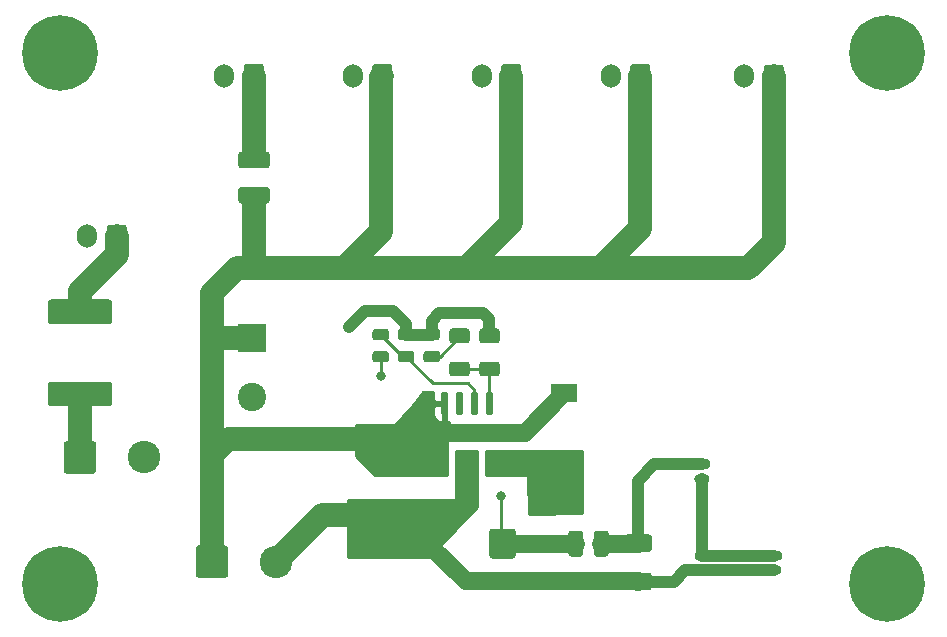
<source format=gtl>
G04 #@! TF.GenerationSoftware,KiCad,Pcbnew,5.1.6+dfsg1-1~bpo9+1*
G04 #@! TF.CreationDate,2022-04-04T20:28:32+02:00*
G04 #@! TF.ProjectId,sdrtr-power,73647274-722d-4706-9f77-65722e6b6963,rev?*
G04 #@! TF.SameCoordinates,Original*
G04 #@! TF.FileFunction,Copper,L1,Top*
G04 #@! TF.FilePolarity,Positive*
%FSLAX46Y46*%
G04 Gerber Fmt 4.6, Leading zero omitted, Abs format (unit mm)*
G04 Created by KiCad (PCBNEW 5.1.6+dfsg1-1~bpo9+1) date 2022-04-04 20:28:32*
%MOMM*%
%LPD*%
G01*
G04 APERTURE LIST*
G04 #@! TA.AperFunction,ComponentPad*
%ADD10O,1.700000X2.000000*%
G04 #@! TD*
G04 #@! TA.AperFunction,ComponentPad*
%ADD11O,1.300000X0.800000*%
G04 #@! TD*
G04 #@! TA.AperFunction,ComponentPad*
%ADD12C,2.400000*%
G04 #@! TD*
G04 #@! TA.AperFunction,ComponentPad*
%ADD13R,2.400000X2.400000*%
G04 #@! TD*
G04 #@! TA.AperFunction,ComponentPad*
%ADD14C,2.750000*%
G04 #@! TD*
G04 #@! TA.AperFunction,SMDPad,CuDef*
%ADD15R,2.200000X1.500000*%
G04 #@! TD*
G04 #@! TA.AperFunction,SMDPad,CuDef*
%ADD16R,1.200000X0.900000*%
G04 #@! TD*
G04 #@! TA.AperFunction,ComponentPad*
%ADD17C,6.400000*%
G04 #@! TD*
G04 #@! TA.AperFunction,ViaPad*
%ADD18C,0.800000*%
G04 #@! TD*
G04 #@! TA.AperFunction,Conductor*
%ADD19C,1.524000*%
G04 #@! TD*
G04 #@! TA.AperFunction,Conductor*
%ADD20C,2.032000*%
G04 #@! TD*
G04 #@! TA.AperFunction,Conductor*
%ADD21C,1.016000*%
G04 #@! TD*
G04 #@! TA.AperFunction,Conductor*
%ADD22C,0.254000*%
G04 #@! TD*
G04 APERTURE END LIST*
D10*
X82272500Y-50571400D03*
G04 #@! TA.AperFunction,ComponentPad*
G36*
G01*
X85622500Y-49821400D02*
X85622500Y-51321400D01*
G75*
G02*
X85372500Y-51571400I-250000J0D01*
G01*
X84172500Y-51571400D01*
G75*
G02*
X83922500Y-51321400I0J250000D01*
G01*
X83922500Y-49821400D01*
G75*
G02*
X84172500Y-49571400I250000J0D01*
G01*
X85372500Y-49571400D01*
G75*
G02*
X85622500Y-49821400I0J-250000D01*
G01*
G37*
G04 #@! TD.AperFunction*
D11*
X134366000Y-71100000D03*
G04 #@! TA.AperFunction,ComponentPad*
G36*
G01*
X133916000Y-69450000D02*
X134816000Y-69450000D01*
G75*
G02*
X135016000Y-69650000I0J-200000D01*
G01*
X135016000Y-70050000D01*
G75*
G02*
X134816000Y-70250000I-200000J0D01*
G01*
X133916000Y-70250000D01*
G75*
G02*
X133716000Y-70050000I0J200000D01*
G01*
X133716000Y-69650000D01*
G75*
G02*
X133916000Y-69450000I200000J0D01*
G01*
G37*
G04 #@! TD.AperFunction*
D12*
X96266000Y-64182000D03*
D13*
X96266000Y-59182000D03*
D14*
X87061000Y-69278500D03*
G04 #@! TA.AperFunction,ComponentPad*
G36*
G01*
X80286000Y-70403501D02*
X80286000Y-68153499D01*
G75*
G02*
X80535999Y-67903500I249999J0D01*
G01*
X82786001Y-67903500D01*
G75*
G02*
X83036000Y-68153499I0J-249999D01*
G01*
X83036000Y-70403501D01*
G75*
G02*
X82786001Y-70653500I-249999J0D01*
G01*
X80535999Y-70653500D01*
G75*
G02*
X80286000Y-70403501I0J249999D01*
G01*
G37*
G04 #@! TD.AperFunction*
G04 #@! TA.AperFunction,SMDPad,CuDef*
G36*
G01*
X127980000Y-79043500D02*
X129830000Y-79043500D01*
G75*
G02*
X130080000Y-79293500I0J-250000D01*
G01*
X130080000Y-80293500D01*
G75*
G02*
X129830000Y-80543500I-250000J0D01*
G01*
X127980000Y-80543500D01*
G75*
G02*
X127730000Y-80293500I0J250000D01*
G01*
X127730000Y-79293500D01*
G75*
G02*
X127980000Y-79043500I250000J0D01*
G01*
G37*
G04 #@! TD.AperFunction*
G04 #@! TA.AperFunction,SMDPad,CuDef*
G36*
G01*
X127980000Y-75793500D02*
X129830000Y-75793500D01*
G75*
G02*
X130080000Y-76043500I0J-250000D01*
G01*
X130080000Y-77043500D01*
G75*
G02*
X129830000Y-77293500I-250000J0D01*
G01*
X127980000Y-77293500D01*
G75*
G02*
X127730000Y-77043500I0J250000D01*
G01*
X127730000Y-76043500D01*
G75*
G02*
X127980000Y-75793500I250000J0D01*
G01*
G37*
G04 #@! TD.AperFunction*
G04 #@! TA.AperFunction,SMDPad,CuDef*
G36*
G01*
X112160500Y-75555999D02*
X112160500Y-77606001D01*
G75*
G02*
X111910501Y-77856000I-249999J0D01*
G01*
X110160499Y-77856000D01*
G75*
G02*
X109910500Y-77606001I0J249999D01*
G01*
X109910500Y-75555999D01*
G75*
G02*
X110160499Y-75306000I249999J0D01*
G01*
X111910501Y-75306000D01*
G75*
G02*
X112160500Y-75555999I0J-249999D01*
G01*
G37*
G04 #@! TD.AperFunction*
G04 #@! TA.AperFunction,SMDPad,CuDef*
G36*
G01*
X118560500Y-75555999D02*
X118560500Y-77606001D01*
G75*
G02*
X118310501Y-77856000I-249999J0D01*
G01*
X116560499Y-77856000D01*
G75*
G02*
X116310500Y-77606001I0J249999D01*
G01*
X116310500Y-75555999D01*
G75*
G02*
X116560499Y-75306000I249999J0D01*
G01*
X118310501Y-75306000D01*
G75*
G02*
X118560500Y-75555999I0J-249999D01*
G01*
G37*
G04 #@! TD.AperFunction*
G04 #@! TA.AperFunction,SMDPad,CuDef*
G36*
G01*
X105146999Y-72941000D02*
X107197001Y-72941000D01*
G75*
G02*
X107447000Y-73190999I0J-249999D01*
G01*
X107447000Y-74941001D01*
G75*
G02*
X107197001Y-75191000I-249999J0D01*
G01*
X105146999Y-75191000D01*
G75*
G02*
X104897000Y-74941001I0J249999D01*
G01*
X104897000Y-73190999D01*
G75*
G02*
X105146999Y-72941000I249999J0D01*
G01*
G37*
G04 #@! TD.AperFunction*
G04 #@! TA.AperFunction,SMDPad,CuDef*
G36*
G01*
X105146999Y-66541000D02*
X107197001Y-66541000D01*
G75*
G02*
X107447000Y-66790999I0J-249999D01*
G01*
X107447000Y-68541001D01*
G75*
G02*
X107197001Y-68791000I-249999J0D01*
G01*
X105146999Y-68791000D01*
G75*
G02*
X104897000Y-68541001I0J249999D01*
G01*
X104897000Y-66790999D01*
G75*
G02*
X105146999Y-66541000I249999J0D01*
G01*
G37*
G04 #@! TD.AperFunction*
D11*
X134366000Y-78847000D03*
G04 #@! TA.AperFunction,ComponentPad*
G36*
G01*
X133916000Y-77197000D02*
X134816000Y-77197000D01*
G75*
G02*
X135016000Y-77397000I0J-200000D01*
G01*
X135016000Y-77797000D01*
G75*
G02*
X134816000Y-77997000I-200000J0D01*
G01*
X133916000Y-77997000D01*
G75*
G02*
X133716000Y-77797000I0J200000D01*
G01*
X133716000Y-77397000D01*
G75*
G02*
X133916000Y-77197000I200000J0D01*
G01*
G37*
G04 #@! TD.AperFunction*
G04 #@! TA.AperFunction,SMDPad,CuDef*
G36*
G01*
X95318000Y-46368000D02*
X97468000Y-46368000D01*
G75*
G02*
X97718000Y-46618000I0J-250000D01*
G01*
X97718000Y-47543000D01*
G75*
G02*
X97468000Y-47793000I-250000J0D01*
G01*
X95318000Y-47793000D01*
G75*
G02*
X95068000Y-47543000I0J250000D01*
G01*
X95068000Y-46618000D01*
G75*
G02*
X95318000Y-46368000I250000J0D01*
G01*
G37*
G04 #@! TD.AperFunction*
G04 #@! TA.AperFunction,SMDPad,CuDef*
G36*
G01*
X95318000Y-43393000D02*
X97468000Y-43393000D01*
G75*
G02*
X97718000Y-43643000I0J-250000D01*
G01*
X97718000Y-44568000D01*
G75*
G02*
X97468000Y-44818000I-250000J0D01*
G01*
X95318000Y-44818000D01*
G75*
G02*
X95068000Y-44568000I0J250000D01*
G01*
X95068000Y-43643000D01*
G75*
G02*
X95318000Y-43393000I250000J0D01*
G01*
G37*
G04 #@! TD.AperFunction*
G04 #@! TA.AperFunction,SMDPad,CuDef*
G36*
G01*
X79186000Y-62859500D02*
X84136000Y-62859500D01*
G75*
G02*
X84386000Y-63109500I0J-250000D01*
G01*
X84386000Y-64709500D01*
G75*
G02*
X84136000Y-64959500I-250000J0D01*
G01*
X79186000Y-64959500D01*
G75*
G02*
X78936000Y-64709500I0J250000D01*
G01*
X78936000Y-63109500D01*
G75*
G02*
X79186000Y-62859500I250000J0D01*
G01*
G37*
G04 #@! TD.AperFunction*
G04 #@! TA.AperFunction,SMDPad,CuDef*
G36*
G01*
X79186000Y-55909500D02*
X84136000Y-55909500D01*
G75*
G02*
X84386000Y-56159500I0J-250000D01*
G01*
X84386000Y-57759500D01*
G75*
G02*
X84136000Y-58009500I-250000J0D01*
G01*
X79186000Y-58009500D01*
G75*
G02*
X78936000Y-57759500I0J250000D01*
G01*
X78936000Y-56159500D01*
G75*
G02*
X79186000Y-55909500I250000J0D01*
G01*
G37*
G04 #@! TD.AperFunction*
X140462000Y-78847000D03*
G04 #@! TA.AperFunction,ComponentPad*
G36*
G01*
X140012000Y-77197000D02*
X140912000Y-77197000D01*
G75*
G02*
X141112000Y-77397000I0J-200000D01*
G01*
X141112000Y-77797000D01*
G75*
G02*
X140912000Y-77997000I-200000J0D01*
G01*
X140012000Y-77997000D01*
G75*
G02*
X139812000Y-77797000I0J200000D01*
G01*
X139812000Y-77397000D01*
G75*
G02*
X140012000Y-77197000I200000J0D01*
G01*
G37*
G04 #@! TD.AperFunction*
D10*
X137898500Y-37020500D03*
G04 #@! TA.AperFunction,ComponentPad*
G36*
G01*
X141248500Y-36270500D02*
X141248500Y-37770500D01*
G75*
G02*
X140998500Y-38020500I-250000J0D01*
G01*
X139798500Y-38020500D01*
G75*
G02*
X139548500Y-37770500I0J250000D01*
G01*
X139548500Y-36270500D01*
G75*
G02*
X139798500Y-36020500I250000J0D01*
G01*
X140998500Y-36020500D01*
G75*
G02*
X141248500Y-36270500I0J-250000D01*
G01*
G37*
G04 #@! TD.AperFunction*
X93893000Y-36957000D03*
G04 #@! TA.AperFunction,ComponentPad*
G36*
G01*
X97243000Y-36207000D02*
X97243000Y-37707000D01*
G75*
G02*
X96993000Y-37957000I-250000J0D01*
G01*
X95793000Y-37957000D01*
G75*
G02*
X95543000Y-37707000I0J250000D01*
G01*
X95543000Y-36207000D01*
G75*
G02*
X95793000Y-35957000I250000J0D01*
G01*
X96993000Y-35957000D01*
G75*
G02*
X97243000Y-36207000I0J-250000D01*
G01*
G37*
G04 #@! TD.AperFunction*
X104751500Y-36957000D03*
G04 #@! TA.AperFunction,ComponentPad*
G36*
G01*
X108101500Y-36207000D02*
X108101500Y-37707000D01*
G75*
G02*
X107851500Y-37957000I-250000J0D01*
G01*
X106651500Y-37957000D01*
G75*
G02*
X106401500Y-37707000I0J250000D01*
G01*
X106401500Y-36207000D01*
G75*
G02*
X106651500Y-35957000I250000J0D01*
G01*
X107851500Y-35957000D01*
G75*
G02*
X108101500Y-36207000I0J-250000D01*
G01*
G37*
G04 #@! TD.AperFunction*
X115673500Y-36957000D03*
G04 #@! TA.AperFunction,ComponentPad*
G36*
G01*
X119023500Y-36207000D02*
X119023500Y-37707000D01*
G75*
G02*
X118773500Y-37957000I-250000J0D01*
G01*
X117573500Y-37957000D01*
G75*
G02*
X117323500Y-37707000I0J250000D01*
G01*
X117323500Y-36207000D01*
G75*
G02*
X117573500Y-35957000I250000J0D01*
G01*
X118773500Y-35957000D01*
G75*
G02*
X119023500Y-36207000I0J-250000D01*
G01*
G37*
G04 #@! TD.AperFunction*
D14*
X98237000Y-78105000D03*
G04 #@! TA.AperFunction,ComponentPad*
G36*
G01*
X91462000Y-79230001D02*
X91462000Y-76979999D01*
G75*
G02*
X91711999Y-76730000I249999J0D01*
G01*
X93962001Y-76730000D01*
G75*
G02*
X94212000Y-76979999I0J-249999D01*
G01*
X94212000Y-79230001D01*
G75*
G02*
X93962001Y-79480000I-249999J0D01*
G01*
X91711999Y-79480000D01*
G75*
G02*
X91462000Y-79230001I0J249999D01*
G01*
G37*
G04 #@! TD.AperFunction*
D10*
X126595500Y-36957000D03*
G04 #@! TA.AperFunction,ComponentPad*
G36*
G01*
X129945500Y-36207000D02*
X129945500Y-37707000D01*
G75*
G02*
X129695500Y-37957000I-250000J0D01*
G01*
X128495500Y-37957000D01*
G75*
G02*
X128245500Y-37707000I0J250000D01*
G01*
X128245500Y-36207000D01*
G75*
G02*
X128495500Y-35957000I250000J0D01*
G01*
X129695500Y-35957000D01*
G75*
G02*
X129945500Y-36207000I0J-250000D01*
G01*
G37*
G04 #@! TD.AperFunction*
G04 #@! TA.AperFunction,SMDPad,CuDef*
G36*
G01*
X116182000Y-68683000D02*
X116482000Y-68683000D01*
G75*
G02*
X116632000Y-68833000I0J-150000D01*
G01*
X116632000Y-70483000D01*
G75*
G02*
X116482000Y-70633000I-150000J0D01*
G01*
X116182000Y-70633000D01*
G75*
G02*
X116032000Y-70483000I0J150000D01*
G01*
X116032000Y-68833000D01*
G75*
G02*
X116182000Y-68683000I150000J0D01*
G01*
G37*
G04 #@! TD.AperFunction*
G04 #@! TA.AperFunction,SMDPad,CuDef*
G36*
G01*
X114912000Y-68683000D02*
X115212000Y-68683000D01*
G75*
G02*
X115362000Y-68833000I0J-150000D01*
G01*
X115362000Y-70483000D01*
G75*
G02*
X115212000Y-70633000I-150000J0D01*
G01*
X114912000Y-70633000D01*
G75*
G02*
X114762000Y-70483000I0J150000D01*
G01*
X114762000Y-68833000D01*
G75*
G02*
X114912000Y-68683000I150000J0D01*
G01*
G37*
G04 #@! TD.AperFunction*
G04 #@! TA.AperFunction,SMDPad,CuDef*
G36*
G01*
X113642000Y-68683000D02*
X113942000Y-68683000D01*
G75*
G02*
X114092000Y-68833000I0J-150000D01*
G01*
X114092000Y-70483000D01*
G75*
G02*
X113942000Y-70633000I-150000J0D01*
G01*
X113642000Y-70633000D01*
G75*
G02*
X113492000Y-70483000I0J150000D01*
G01*
X113492000Y-68833000D01*
G75*
G02*
X113642000Y-68683000I150000J0D01*
G01*
G37*
G04 #@! TD.AperFunction*
G04 #@! TA.AperFunction,SMDPad,CuDef*
G36*
G01*
X112372000Y-68683000D02*
X112672000Y-68683000D01*
G75*
G02*
X112822000Y-68833000I0J-150000D01*
G01*
X112822000Y-70483000D01*
G75*
G02*
X112672000Y-70633000I-150000J0D01*
G01*
X112372000Y-70633000D01*
G75*
G02*
X112222000Y-70483000I0J150000D01*
G01*
X112222000Y-68833000D01*
G75*
G02*
X112372000Y-68683000I150000J0D01*
G01*
G37*
G04 #@! TD.AperFunction*
G04 #@! TA.AperFunction,SMDPad,CuDef*
G36*
G01*
X112372000Y-63733000D02*
X112672000Y-63733000D01*
G75*
G02*
X112822000Y-63883000I0J-150000D01*
G01*
X112822000Y-65533000D01*
G75*
G02*
X112672000Y-65683000I-150000J0D01*
G01*
X112372000Y-65683000D01*
G75*
G02*
X112222000Y-65533000I0J150000D01*
G01*
X112222000Y-63883000D01*
G75*
G02*
X112372000Y-63733000I150000J0D01*
G01*
G37*
G04 #@! TD.AperFunction*
G04 #@! TA.AperFunction,SMDPad,CuDef*
G36*
G01*
X113642000Y-63733000D02*
X113942000Y-63733000D01*
G75*
G02*
X114092000Y-63883000I0J-150000D01*
G01*
X114092000Y-65533000D01*
G75*
G02*
X113942000Y-65683000I-150000J0D01*
G01*
X113642000Y-65683000D01*
G75*
G02*
X113492000Y-65533000I0J150000D01*
G01*
X113492000Y-63883000D01*
G75*
G02*
X113642000Y-63733000I150000J0D01*
G01*
G37*
G04 #@! TD.AperFunction*
G04 #@! TA.AperFunction,SMDPad,CuDef*
G36*
G01*
X114912000Y-63733000D02*
X115212000Y-63733000D01*
G75*
G02*
X115362000Y-63883000I0J-150000D01*
G01*
X115362000Y-65533000D01*
G75*
G02*
X115212000Y-65683000I-150000J0D01*
G01*
X114912000Y-65683000D01*
G75*
G02*
X114762000Y-65533000I0J150000D01*
G01*
X114762000Y-63883000D01*
G75*
G02*
X114912000Y-63733000I150000J0D01*
G01*
G37*
G04 #@! TD.AperFunction*
G04 #@! TA.AperFunction,SMDPad,CuDef*
G36*
G01*
X116182000Y-63733000D02*
X116482000Y-63733000D01*
G75*
G02*
X116632000Y-63883000I0J-150000D01*
G01*
X116632000Y-65533000D01*
G75*
G02*
X116482000Y-65683000I-150000J0D01*
G01*
X116182000Y-65683000D01*
G75*
G02*
X116032000Y-65533000I0J150000D01*
G01*
X116032000Y-63883000D01*
G75*
G02*
X116182000Y-63733000I150000J0D01*
G01*
G37*
G04 #@! TD.AperFunction*
G04 #@! TA.AperFunction,SMDPad,CuDef*
G36*
G01*
X111898750Y-59352000D02*
X110986250Y-59352000D01*
G75*
G02*
X110742500Y-59108250I0J243750D01*
G01*
X110742500Y-58620750D01*
G75*
G02*
X110986250Y-58377000I243750J0D01*
G01*
X111898750Y-58377000D01*
G75*
G02*
X112142500Y-58620750I0J-243750D01*
G01*
X112142500Y-59108250D01*
G75*
G02*
X111898750Y-59352000I-243750J0D01*
G01*
G37*
G04 #@! TD.AperFunction*
G04 #@! TA.AperFunction,SMDPad,CuDef*
G36*
G01*
X111898750Y-61227000D02*
X110986250Y-61227000D01*
G75*
G02*
X110742500Y-60983250I0J243750D01*
G01*
X110742500Y-60495750D01*
G75*
G02*
X110986250Y-60252000I243750J0D01*
G01*
X111898750Y-60252000D01*
G75*
G02*
X112142500Y-60495750I0J-243750D01*
G01*
X112142500Y-60983250D01*
G75*
G02*
X111898750Y-61227000I-243750J0D01*
G01*
G37*
G04 #@! TD.AperFunction*
G04 #@! TA.AperFunction,SMDPad,CuDef*
G36*
G01*
X125164000Y-77431000D02*
X125164000Y-75731000D01*
G75*
G02*
X125414000Y-75481000I250000J0D01*
G01*
X126164000Y-75481000D01*
G75*
G02*
X126414000Y-75731000I0J-250000D01*
G01*
X126414000Y-77431000D01*
G75*
G02*
X126164000Y-77681000I-250000J0D01*
G01*
X125414000Y-77681000D01*
G75*
G02*
X125164000Y-77431000I0J250000D01*
G01*
G37*
G04 #@! TD.AperFunction*
G04 #@! TA.AperFunction,SMDPad,CuDef*
G36*
G01*
X123014000Y-77431000D02*
X123014000Y-75731000D01*
G75*
G02*
X123264000Y-75481000I250000J0D01*
G01*
X124014000Y-75481000D01*
G75*
G02*
X124264000Y-75731000I0J-250000D01*
G01*
X124264000Y-77431000D01*
G75*
G02*
X124014000Y-77681000I-250000J0D01*
G01*
X123264000Y-77681000D01*
G75*
G02*
X123014000Y-77431000I0J250000D01*
G01*
G37*
G04 #@! TD.AperFunction*
D15*
X122682000Y-70256000D03*
X122682000Y-63856000D03*
D16*
X120904000Y-73280000D03*
X120904000Y-76580000D03*
G04 #@! TA.AperFunction,SMDPad,CuDef*
G36*
G01*
X114417000Y-59613500D02*
X113167000Y-59613500D01*
G75*
G02*
X112917000Y-59363500I0J250000D01*
G01*
X112917000Y-58613500D01*
G75*
G02*
X113167000Y-58363500I250000J0D01*
G01*
X114417000Y-58363500D01*
G75*
G02*
X114667000Y-58613500I0J-250000D01*
G01*
X114667000Y-59363500D01*
G75*
G02*
X114417000Y-59613500I-250000J0D01*
G01*
G37*
G04 #@! TD.AperFunction*
G04 #@! TA.AperFunction,SMDPad,CuDef*
G36*
G01*
X114417000Y-62413500D02*
X113167000Y-62413500D01*
G75*
G02*
X112917000Y-62163500I0J250000D01*
G01*
X112917000Y-61413500D01*
G75*
G02*
X113167000Y-61163500I250000J0D01*
G01*
X114417000Y-61163500D01*
G75*
G02*
X114667000Y-61413500I0J-250000D01*
G01*
X114667000Y-62163500D01*
G75*
G02*
X114417000Y-62413500I-250000J0D01*
G01*
G37*
G04 #@! TD.AperFunction*
G04 #@! TA.AperFunction,SMDPad,CuDef*
G36*
G01*
X116957000Y-59613500D02*
X115707000Y-59613500D01*
G75*
G02*
X115457000Y-59363500I0J250000D01*
G01*
X115457000Y-58613500D01*
G75*
G02*
X115707000Y-58363500I250000J0D01*
G01*
X116957000Y-58363500D01*
G75*
G02*
X117207000Y-58613500I0J-250000D01*
G01*
X117207000Y-59363500D01*
G75*
G02*
X116957000Y-59613500I-250000J0D01*
G01*
G37*
G04 #@! TD.AperFunction*
G04 #@! TA.AperFunction,SMDPad,CuDef*
G36*
G01*
X116957000Y-62413500D02*
X115707000Y-62413500D01*
G75*
G02*
X115457000Y-62163500I0J250000D01*
G01*
X115457000Y-61413500D01*
G75*
G02*
X115707000Y-61163500I250000J0D01*
G01*
X116957000Y-61163500D01*
G75*
G02*
X117207000Y-61413500I0J-250000D01*
G01*
X117207000Y-62163500D01*
G75*
G02*
X116957000Y-62413500I-250000J0D01*
G01*
G37*
G04 #@! TD.AperFunction*
D17*
X150000000Y-80000000D03*
X150000000Y-35000000D03*
X80000000Y-80000000D03*
X80000000Y-35000000D03*
G04 #@! TA.AperFunction,SMDPad,CuDef*
G36*
G01*
X107580750Y-59367000D02*
X106668250Y-59367000D01*
G75*
G02*
X106424500Y-59123250I0J243750D01*
G01*
X106424500Y-58635750D01*
G75*
G02*
X106668250Y-58392000I243750J0D01*
G01*
X107580750Y-58392000D01*
G75*
G02*
X107824500Y-58635750I0J-243750D01*
G01*
X107824500Y-59123250D01*
G75*
G02*
X107580750Y-59367000I-243750J0D01*
G01*
G37*
G04 #@! TD.AperFunction*
G04 #@! TA.AperFunction,SMDPad,CuDef*
G36*
G01*
X107580750Y-61242000D02*
X106668250Y-61242000D01*
G75*
G02*
X106424500Y-60998250I0J243750D01*
G01*
X106424500Y-60510750D01*
G75*
G02*
X106668250Y-60267000I243750J0D01*
G01*
X107580750Y-60267000D01*
G75*
G02*
X107824500Y-60510750I0J-243750D01*
G01*
X107824500Y-60998250D01*
G75*
G02*
X107580750Y-61242000I-243750J0D01*
G01*
G37*
G04 #@! TD.AperFunction*
G04 #@! TA.AperFunction,SMDPad,CuDef*
G36*
G01*
X109739750Y-59367000D02*
X108827250Y-59367000D01*
G75*
G02*
X108583500Y-59123250I0J243750D01*
G01*
X108583500Y-58635750D01*
G75*
G02*
X108827250Y-58392000I243750J0D01*
G01*
X109739750Y-58392000D01*
G75*
G02*
X109983500Y-58635750I0J-243750D01*
G01*
X109983500Y-59123250D01*
G75*
G02*
X109739750Y-59367000I-243750J0D01*
G01*
G37*
G04 #@! TD.AperFunction*
G04 #@! TA.AperFunction,SMDPad,CuDef*
G36*
G01*
X109739750Y-61242000D02*
X108827250Y-61242000D01*
G75*
G02*
X108583500Y-60998250I0J243750D01*
G01*
X108583500Y-60510750D01*
G75*
G02*
X108827250Y-60267000I243750J0D01*
G01*
X109739750Y-60267000D01*
G75*
G02*
X109983500Y-60510750I0J-243750D01*
G01*
X109983500Y-60998250D01*
G75*
G02*
X109739750Y-61242000I-243750J0D01*
G01*
G37*
G04 #@! TD.AperFunction*
D18*
X104457500Y-58229500D03*
X108331000Y-76962000D03*
X117348000Y-72517000D03*
X107124500Y-62357000D03*
D19*
X106109500Y-74041000D02*
X106172000Y-73978500D01*
D20*
X98237000Y-78105000D02*
X102171500Y-74170500D01*
X105980000Y-74170500D02*
X106172000Y-73978500D01*
X102171500Y-74170500D02*
X105980000Y-74170500D01*
D19*
X128881000Y-79769500D02*
X128905000Y-79793500D01*
X114311500Y-79769500D02*
X128881000Y-79769500D01*
X111123000Y-76581000D02*
X114311500Y-79769500D01*
D21*
X128905000Y-79793500D02*
X131915500Y-79793500D01*
X132862000Y-78847000D02*
X134366000Y-78847000D01*
X131915500Y-79793500D02*
X132862000Y-78847000D01*
X134366000Y-78847000D02*
X140462000Y-78847000D01*
X111427500Y-58879500D02*
X111442500Y-58864500D01*
X109283500Y-58879500D02*
X111427500Y-58879500D01*
X111442500Y-58864500D02*
X111442500Y-57721500D01*
X111442500Y-57721500D02*
X112077500Y-57086500D01*
X116332000Y-58988500D02*
X116332000Y-57594500D01*
X115824000Y-57086500D02*
X112077500Y-57086500D01*
X116332000Y-57594500D02*
X115824000Y-57086500D01*
X109283500Y-58879500D02*
X109283500Y-57975500D01*
X109283500Y-57975500D02*
X108204000Y-56896000D01*
X105791000Y-56896000D02*
X104457500Y-58229500D01*
X108204000Y-56896000D02*
X105791000Y-56896000D01*
D19*
X106172000Y-67753500D02*
X109284500Y-67753500D01*
X109284500Y-67753500D02*
X109855000Y-67183000D01*
X119355000Y-67183000D02*
X122682000Y-63856000D01*
X109855000Y-67183000D02*
X119355000Y-67183000D01*
D20*
X104013000Y-53276500D02*
X96393000Y-53276500D01*
X96393000Y-47794000D02*
X96393000Y-53276500D01*
X118173500Y-47794000D02*
X118173500Y-49466500D01*
X114363500Y-53276500D02*
X104013000Y-53276500D01*
X118173500Y-49466500D02*
X114363500Y-53276500D01*
X129095500Y-47794000D02*
X129095500Y-49911000D01*
X125730000Y-53276500D02*
X114363500Y-53276500D01*
X129095500Y-49911000D02*
X125730000Y-53276500D01*
X94171500Y-67753500D02*
X92837000Y-69088000D01*
X92837000Y-69088000D02*
X92837000Y-78105000D01*
X106172000Y-67753500D02*
X94171500Y-67753500D01*
X107124500Y-37084000D02*
X107251500Y-36957000D01*
X107124500Y-50165000D02*
X107124500Y-37084000D01*
X104013000Y-53276500D02*
X107124500Y-50165000D01*
X118173500Y-47794000D02*
X118173500Y-36957000D01*
X129095500Y-47794000D02*
X129095500Y-37020500D01*
X125730000Y-53276500D02*
X138239500Y-53276500D01*
X140398500Y-51117500D02*
X140398500Y-37020500D01*
X138239500Y-53276500D02*
X140398500Y-51117500D01*
X94932500Y-53276500D02*
X96393000Y-53276500D01*
X92837000Y-55372000D02*
X94932500Y-53276500D01*
X92837000Y-59309000D02*
X92837000Y-55372000D01*
X92837000Y-69088000D02*
X92837000Y-59309000D01*
X92964000Y-59182000D02*
X92837000Y-59309000D01*
X96266000Y-59182000D02*
X92964000Y-59182000D01*
D22*
X117348000Y-72517000D02*
X117348000Y-76581000D01*
D19*
X120905000Y-76581000D02*
X120904000Y-76580000D01*
X123639000Y-76581000D02*
X120905000Y-76581000D01*
X117436500Y-76580000D02*
X117435500Y-76581000D01*
X120904000Y-76580000D02*
X117436500Y-76580000D01*
D22*
X107124500Y-60754500D02*
X107124500Y-62357000D01*
D19*
X128867500Y-76581000D02*
X128905000Y-76543500D01*
X125789000Y-76581000D02*
X128867500Y-76581000D01*
D21*
X128905000Y-76543500D02*
X128905000Y-71247000D01*
X130302000Y-69850000D02*
X134366000Y-69850000D01*
X128905000Y-71247000D02*
X130302000Y-69850000D01*
D22*
X116332000Y-64708000D02*
X116332000Y-61725000D01*
X113792000Y-61788500D02*
X116332000Y-61788500D01*
D20*
X81661000Y-63909500D02*
X81661000Y-69278500D01*
X84772500Y-52108100D02*
X84772500Y-50571400D01*
X81661000Y-55219600D02*
X84772500Y-52108100D01*
X81661000Y-56959500D02*
X81661000Y-55219600D01*
X96393000Y-36957000D02*
X96393000Y-43370500D01*
D22*
X115062000Y-64708000D02*
X115062000Y-63563500D01*
X115062000Y-63563500D02*
X114490500Y-62992000D01*
X108999500Y-60754500D02*
X109283500Y-60754500D01*
X107124500Y-58879500D02*
X108999500Y-60754500D01*
X111521000Y-62992000D02*
X114490500Y-62992000D01*
X109283500Y-60754500D02*
X111521000Y-62992000D01*
X111442500Y-60739500D02*
X112107500Y-60739500D01*
X113792000Y-59055000D02*
X113792000Y-58988500D01*
X112107500Y-60739500D02*
X113792000Y-59055000D01*
D21*
X140462000Y-77597000D02*
X134366000Y-77597000D01*
X134366000Y-77597000D02*
X134366000Y-71100000D01*
D22*
G36*
X120036403Y-68714057D02*
G01*
X120052197Y-68733303D01*
X120071443Y-68749097D01*
X120093399Y-68760833D01*
X120117224Y-68768060D01*
X120142962Y-68770496D01*
X124207116Y-68739716D01*
X124204884Y-74010083D01*
X119636249Y-74040162D01*
X119634000Y-70865910D01*
X119631542Y-70841135D01*
X119624298Y-70817316D01*
X119612547Y-70795368D01*
X119596739Y-70776134D01*
X119577483Y-70760353D01*
X119555518Y-70748633D01*
X119531688Y-70741423D01*
X119507000Y-70739000D01*
X116078000Y-70739000D01*
X116078000Y-68707000D01*
X120032631Y-68707000D01*
X120036403Y-68714057D01*
G37*
X120036403Y-68714057D02*
X120052197Y-68733303D01*
X120071443Y-68749097D01*
X120093399Y-68760833D01*
X120117224Y-68768060D01*
X120142962Y-68770496D01*
X124207116Y-68739716D01*
X124204884Y-74010083D01*
X119636249Y-74040162D01*
X119634000Y-70865910D01*
X119631542Y-70841135D01*
X119624298Y-70817316D01*
X119612547Y-70795368D01*
X119596739Y-70776134D01*
X119577483Y-70760353D01*
X119555518Y-70748633D01*
X119531688Y-70741423D01*
X119507000Y-70739000D01*
X116078000Y-70739000D01*
X116078000Y-68707000D01*
X120032631Y-68707000D01*
X120036403Y-68714057D01*
G36*
X115316000Y-73481502D02*
G01*
X111198281Y-77724000D01*
X104394000Y-77724000D01*
X104394000Y-72898000D01*
X113411000Y-72898000D01*
X113435776Y-72895560D01*
X113459601Y-72888333D01*
X113481557Y-72876597D01*
X113500803Y-72860803D01*
X113516597Y-72841557D01*
X113528333Y-72819601D01*
X113535560Y-72795776D01*
X113538000Y-72771000D01*
X113538000Y-68707000D01*
X115316000Y-68707000D01*
X115316000Y-73481502D01*
G37*
X115316000Y-73481502D02*
X111198281Y-77724000D01*
X104394000Y-77724000D01*
X104394000Y-72898000D01*
X113411000Y-72898000D01*
X113435776Y-72895560D01*
X113459601Y-72888333D01*
X113481557Y-72876597D01*
X113500803Y-72860803D01*
X113516597Y-72841557D01*
X113528333Y-72819601D01*
X113535560Y-72795776D01*
X113538000Y-72771000D01*
X113538000Y-68707000D01*
X115316000Y-68707000D01*
X115316000Y-73481502D01*
G36*
X112776000Y-70739000D02*
G01*
X106605606Y-70739000D01*
X105029000Y-69162394D01*
X105029000Y-66548000D01*
X112776000Y-66548000D01*
X112776000Y-70739000D01*
G37*
X112776000Y-70739000D02*
X106605606Y-70739000D01*
X105029000Y-69162394D01*
X105029000Y-66548000D01*
X112776000Y-66548000D01*
X112776000Y-70739000D01*
G36*
X111521000Y-63757686D02*
G01*
X111558423Y-63754000D01*
X111584022Y-63754000D01*
X111587000Y-64422250D01*
X111745750Y-64581000D01*
X112395000Y-64581000D01*
X112395000Y-64561000D01*
X112649000Y-64561000D01*
X112649000Y-64581000D01*
X112669000Y-64581000D01*
X112669000Y-64835000D01*
X112649000Y-64835000D01*
X112649000Y-66159250D01*
X112807750Y-66318000D01*
X112822000Y-66321072D01*
X112903000Y-66313094D01*
X112903000Y-66675000D01*
X108458000Y-66675000D01*
X108458000Y-66467981D01*
X109130840Y-65683000D01*
X111583928Y-65683000D01*
X111596188Y-65807482D01*
X111632498Y-65927180D01*
X111691463Y-66037494D01*
X111770815Y-66134185D01*
X111867506Y-66213537D01*
X111977820Y-66272502D01*
X112097518Y-66308812D01*
X112222000Y-66321072D01*
X112236250Y-66318000D01*
X112395000Y-66159250D01*
X112395000Y-64835000D01*
X111745750Y-64835000D01*
X111587000Y-64993750D01*
X111583928Y-65683000D01*
X109130840Y-65683000D01*
X109951426Y-64725651D01*
X109953566Y-64723085D01*
X110740948Y-63754000D01*
X111483577Y-63754000D01*
X111521000Y-63757686D01*
G37*
X111521000Y-63757686D02*
X111558423Y-63754000D01*
X111584022Y-63754000D01*
X111587000Y-64422250D01*
X111745750Y-64581000D01*
X112395000Y-64581000D01*
X112395000Y-64561000D01*
X112649000Y-64561000D01*
X112649000Y-64581000D01*
X112669000Y-64581000D01*
X112669000Y-64835000D01*
X112649000Y-64835000D01*
X112649000Y-66159250D01*
X112807750Y-66318000D01*
X112822000Y-66321072D01*
X112903000Y-66313094D01*
X112903000Y-66675000D01*
X108458000Y-66675000D01*
X108458000Y-66467981D01*
X109130840Y-65683000D01*
X111583928Y-65683000D01*
X111596188Y-65807482D01*
X111632498Y-65927180D01*
X111691463Y-66037494D01*
X111770815Y-66134185D01*
X111867506Y-66213537D01*
X111977820Y-66272502D01*
X112097518Y-66308812D01*
X112222000Y-66321072D01*
X112236250Y-66318000D01*
X112395000Y-66159250D01*
X112395000Y-64835000D01*
X111745750Y-64835000D01*
X111587000Y-64993750D01*
X111583928Y-65683000D01*
X109130840Y-65683000D01*
X109951426Y-64725651D01*
X109953566Y-64723085D01*
X110740948Y-63754000D01*
X111483577Y-63754000D01*
X111521000Y-63757686D01*
M02*

</source>
